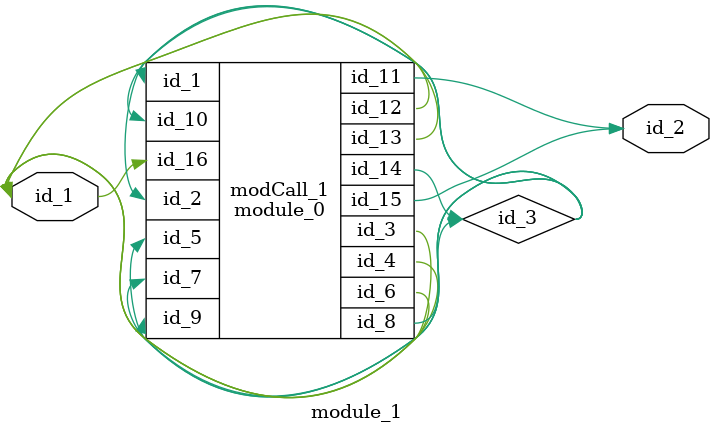
<source format=v>
module module_0 (
    id_1,
    id_2,
    id_3,
    id_4,
    id_5,
    id_6,
    id_7,
    id_8,
    id_9,
    id_10,
    id_11,
    id_12,
    id_13,
    id_14,
    id_15,
    id_16
);
  input wire id_16;
  output wire id_15;
  output wire id_14;
  inout wire id_13;
  output wire id_12;
  output wire id_11;
  input wire id_10;
  input wire id_9;
  output wire id_8;
  input wire id_7;
  inout wire id_6;
  input wire id_5;
  inout wire id_4;
  inout wire id_3;
  input wire id_2;
  input wire id_1;
  wire [-1 : -1 'b0] id_17;
endmodule
module module_1 (
    id_1,
    id_2
);
  output wire id_2;
  inout wire id_1;
  wire id_3;
  module_0 modCall_1 (
      id_3,
      id_3,
      id_1,
      id_1,
      id_3,
      id_1,
      id_3,
      id_3,
      id_3,
      id_3,
      id_2,
      id_1,
      id_1,
      id_3,
      id_2,
      id_1
  );
endmodule

</source>
